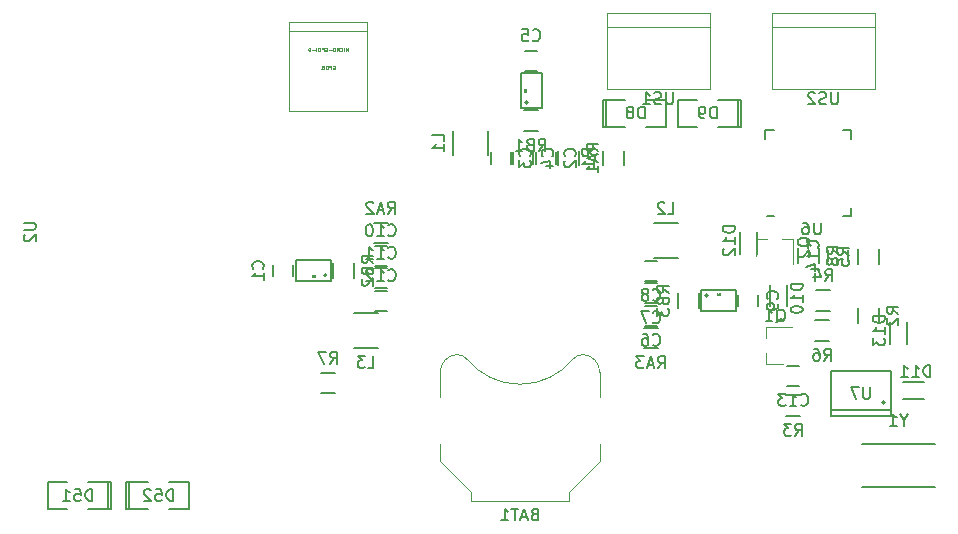
<source format=gbr>
G04 #@! TF.FileFunction,Legend,Bot*
%FSLAX46Y46*%
G04 Gerber Fmt 4.6, Leading zero omitted, Abs format (unit mm)*
G04 Created by KiCad (PCBNEW 4.0.5+dfsg1-4) date Sun Mar 26 16:44:12 2017*
%MOMM*%
%LPD*%
G01*
G04 APERTURE LIST*
%ADD10C,0.100000*%
%ADD11C,0.120000*%
%ADD12C,0.150000*%
%ADD13C,0.001000*%
%ADD14C,0.075000*%
%ADD15C,0.037500*%
G04 APERTURE END LIST*
D10*
D11*
X141144615Y-90125840D02*
G75*
G03X140230000Y-90510000I-124615J-984160D01*
G01*
X130315385Y-90125840D02*
G75*
G02X131230000Y-90510000I124615J-984160D01*
G01*
X140220661Y-90521329D02*
G75*
G02X131230000Y-90510000I-4490661J3711329D01*
G01*
X142480000Y-91660000D02*
G75*
G03X141030000Y-90110000I-1500000J50000D01*
G01*
X128980000Y-91660000D02*
G75*
G02X130430000Y-90110000I1500000J50000D01*
G01*
X142480000Y-93710000D02*
X142480000Y-91610000D01*
X128980000Y-93710000D02*
X128980000Y-91610000D01*
X128980000Y-97710000D02*
X128980000Y-99160000D01*
X128980000Y-99160000D02*
X131580000Y-101760000D01*
X131580000Y-101760000D02*
X131580000Y-102560000D01*
X131580000Y-102560000D02*
X139880000Y-102560000D01*
X139880000Y-102560000D02*
X139880000Y-101760000D01*
X139880000Y-101760000D02*
X142480000Y-99160000D01*
X142480000Y-99160000D02*
X142480000Y-97710000D01*
D12*
X102609000Y-103203000D02*
X102355000Y-103203000D01*
X102355000Y-103203000D02*
X102355000Y-100917000D01*
X102355000Y-100917000D02*
X102609000Y-100917000D01*
X102609000Y-103203000D02*
X102609000Y-100917000D01*
X102609000Y-100917000D02*
X104260000Y-100917000D01*
X106038000Y-103203000D02*
X107689000Y-103203000D01*
X107689000Y-103203000D02*
X107689000Y-100917000D01*
X107689000Y-100917000D02*
X106038000Y-100917000D01*
X104260000Y-103203000D02*
X102609000Y-103203000D01*
X100831000Y-100917000D02*
X101085000Y-100917000D01*
X101085000Y-100917000D02*
X101085000Y-103203000D01*
X101085000Y-103203000D02*
X100831000Y-103203000D01*
X100831000Y-100917000D02*
X100831000Y-103203000D01*
X100831000Y-103203000D02*
X99180000Y-103203000D01*
X97402000Y-100917000D02*
X95751000Y-100917000D01*
X95751000Y-100917000D02*
X95751000Y-103203000D01*
X95751000Y-103203000D02*
X97402000Y-103203000D01*
X99180000Y-100917000D02*
X100831000Y-100917000D01*
D13*
X116200000Y-62690000D02*
X116200000Y-61990000D01*
X116200000Y-61990000D02*
X122800000Y-61990000D01*
X122800000Y-61990000D02*
X122800000Y-62690000D01*
X116200000Y-62690000D02*
X116200000Y-69490000D01*
X116200000Y-69490000D02*
X122800000Y-69490000D01*
X122800000Y-69490000D02*
X122800000Y-62690000D01*
X122800000Y-62690000D02*
X116200000Y-62690000D01*
D11*
X143090000Y-61200000D02*
X151790000Y-61200000D01*
X143090000Y-67610000D02*
X151790000Y-67610000D01*
X151790000Y-67610000D02*
X151790000Y-61200000D01*
X151790000Y-62430000D02*
X143090000Y-62430000D01*
X143090000Y-61200000D02*
X143090000Y-67610000D01*
X157060000Y-61200000D02*
X165760000Y-61200000D01*
X157060000Y-67610000D02*
X165760000Y-67610000D01*
X165760000Y-67610000D02*
X165760000Y-61200000D01*
X165760000Y-62430000D02*
X157060000Y-62430000D01*
X157060000Y-61200000D02*
X157060000Y-67610000D01*
D12*
X138765000Y-72985000D02*
X138765000Y-73985000D01*
X137065000Y-73985000D02*
X137065000Y-72985000D01*
X133040000Y-73215000D02*
X133040000Y-71215000D01*
X130090000Y-71215000D02*
X130090000Y-73215000D01*
X138945000Y-72885000D02*
X138945000Y-74085000D01*
X140695000Y-74085000D02*
X140695000Y-72885000D01*
X137245000Y-69435000D02*
X136045000Y-69435000D01*
X136045000Y-71185000D02*
X137245000Y-71185000D01*
X136386803Y-68770000D02*
G75*
G03X136386803Y-68770000I-111803J0D01*
G01*
X137575000Y-69270000D02*
X137575000Y-66270000D01*
X137575000Y-66270000D02*
X135775000Y-66270000D01*
X135775000Y-66270000D02*
X135775000Y-69270000D01*
X135775000Y-69270000D02*
X137575000Y-69270000D01*
X147305000Y-87670000D02*
X146305000Y-87670000D01*
X146305000Y-85970000D02*
X147305000Y-85970000D01*
X147075000Y-81945000D02*
X149075000Y-81945000D01*
X149075000Y-78995000D02*
X147075000Y-78995000D01*
X147405000Y-87850000D02*
X146205000Y-87850000D01*
X146205000Y-89600000D02*
X147405000Y-89600000D01*
X150855000Y-86150000D02*
X150855000Y-84950000D01*
X149105000Y-84950000D02*
X149105000Y-86150000D01*
X151631803Y-85120000D02*
G75*
G03X151631803Y-85120000I-111803J0D01*
G01*
X151020000Y-86420000D02*
X154020000Y-86420000D01*
X154020000Y-86420000D02*
X154020000Y-84620000D01*
X154020000Y-84620000D02*
X151020000Y-84620000D01*
X151020000Y-84620000D02*
X151020000Y-86420000D01*
X118900000Y-93410000D02*
X120100000Y-93410000D01*
X120100000Y-91660000D02*
X118900000Y-91660000D01*
X123445000Y-80890000D02*
X124445000Y-80890000D01*
X124445000Y-82590000D02*
X123445000Y-82590000D01*
X123675000Y-86615000D02*
X121675000Y-86615000D01*
X121675000Y-89565000D02*
X123675000Y-89565000D01*
X144505000Y-74085000D02*
X144505000Y-72885000D01*
X142755000Y-72885000D02*
X142755000Y-74085000D01*
X123345000Y-80710000D02*
X124545000Y-80710000D01*
X124545000Y-78960000D02*
X123345000Y-78960000D01*
X119895000Y-82410000D02*
X119895000Y-83610000D01*
X121645000Y-83610000D02*
X121645000Y-82410000D01*
X119341803Y-83410000D02*
G75*
G03X119341803Y-83410000I-111803J0D01*
G01*
X119730000Y-82110000D02*
X116730000Y-82110000D01*
X116730000Y-82110000D02*
X116730000Y-83910000D01*
X116730000Y-83910000D02*
X119730000Y-83910000D01*
X119730000Y-83910000D02*
X119730000Y-82110000D01*
X114840000Y-83510000D02*
X114840000Y-82510000D01*
X116540000Y-82510000D02*
X116540000Y-83510000D01*
X134955000Y-72985000D02*
X134955000Y-73985000D01*
X133255000Y-73985000D02*
X133255000Y-72985000D01*
X136860000Y-72985000D02*
X136860000Y-73985000D01*
X135160000Y-73985000D02*
X135160000Y-72985000D01*
X136145000Y-64380000D02*
X137145000Y-64380000D01*
X137145000Y-66080000D02*
X136145000Y-66080000D01*
X147305000Y-85765000D02*
X146305000Y-85765000D01*
X146305000Y-84065000D02*
X147305000Y-84065000D01*
X147305000Y-83860000D02*
X146305000Y-83860000D01*
X146305000Y-82160000D02*
X147305000Y-82160000D01*
X155910000Y-85050000D02*
X155910000Y-86050000D01*
X154210000Y-86050000D02*
X154210000Y-85050000D01*
X123445000Y-82795000D02*
X124445000Y-82795000D01*
X124445000Y-84495000D02*
X123445000Y-84495000D01*
X123445000Y-84700000D02*
X124445000Y-84700000D01*
X124445000Y-86400000D02*
X123445000Y-86400000D01*
X142995000Y-70818000D02*
X142741000Y-70818000D01*
X142741000Y-70818000D02*
X142741000Y-68532000D01*
X142741000Y-68532000D02*
X142995000Y-68532000D01*
X142995000Y-70818000D02*
X142995000Y-68532000D01*
X142995000Y-68532000D02*
X144646000Y-68532000D01*
X146424000Y-70818000D02*
X148075000Y-70818000D01*
X148075000Y-70818000D02*
X148075000Y-68532000D01*
X148075000Y-68532000D02*
X146424000Y-68532000D01*
X144646000Y-70818000D02*
X142995000Y-70818000D01*
X154171000Y-68532000D02*
X154425000Y-68532000D01*
X154425000Y-68532000D02*
X154425000Y-70818000D01*
X154425000Y-70818000D02*
X154171000Y-70818000D01*
X154171000Y-68532000D02*
X154171000Y-70818000D01*
X154171000Y-70818000D02*
X152520000Y-70818000D01*
X150742000Y-68532000D02*
X149091000Y-68532000D01*
X149091000Y-68532000D02*
X149091000Y-70818000D01*
X149091000Y-70818000D02*
X150742000Y-70818000D01*
X152520000Y-68532000D02*
X154171000Y-68532000D01*
X156490000Y-71855000D02*
X156490000Y-71105000D01*
X156640000Y-78405000D02*
X157240000Y-78405000D01*
X156490000Y-71105000D02*
X157240000Y-71105000D01*
X163790000Y-71105000D02*
X163090000Y-71105000D01*
X163790000Y-78405000D02*
X163040000Y-78405000D01*
X163790000Y-71855000D02*
X163790000Y-71105000D01*
X163790000Y-78405000D02*
X163790000Y-77705000D01*
X166617000Y-94186000D02*
G75*
G03X166617000Y-94186000I-127000J0D01*
G01*
X167125000Y-94821000D02*
X162045000Y-94821000D01*
X167125000Y-91519000D02*
X162045000Y-91519000D01*
X167125000Y-95329000D02*
X162045000Y-95329000D01*
X167125000Y-95329000D02*
X167125000Y-91519000D01*
X162045000Y-95329000D02*
X162045000Y-91519000D01*
X164661200Y-101369120D02*
X170858800Y-101369120D01*
X170858800Y-97670880D02*
X164661200Y-97670880D01*
X159370000Y-92750000D02*
X158370000Y-92750000D01*
X158370000Y-91050000D02*
X159370000Y-91050000D01*
X161830000Y-82240000D02*
X161830000Y-81240000D01*
X163530000Y-81240000D02*
X163530000Y-82240000D01*
X158300000Y-84230000D02*
X158300000Y-86030000D01*
X156900000Y-84230000D02*
X156900000Y-86030000D01*
X168150000Y-92470000D02*
X169950000Y-92470000D01*
X168150000Y-93870000D02*
X169950000Y-93870000D01*
X154360000Y-81570000D02*
X154360000Y-79770000D01*
X155760000Y-81570000D02*
X155760000Y-79770000D01*
D11*
X156570000Y-90940000D02*
X156570000Y-90010000D01*
X156570000Y-87780000D02*
X156570000Y-88710000D01*
X156570000Y-87780000D02*
X158730000Y-87780000D01*
X156570000Y-90940000D02*
X158030000Y-90940000D01*
X155700000Y-80300000D02*
X156630000Y-80300000D01*
X158860000Y-80300000D02*
X157930000Y-80300000D01*
X158860000Y-80300000D02*
X158860000Y-82460000D01*
X155700000Y-80300000D02*
X155700000Y-81760000D01*
D12*
X164345000Y-86220000D02*
X164345000Y-87420000D01*
X166095000Y-87420000D02*
X166095000Y-86220000D01*
X159470000Y-93565000D02*
X158270000Y-93565000D01*
X158270000Y-95315000D02*
X159470000Y-95315000D01*
X160810000Y-86425000D02*
X162010000Y-86425000D01*
X162010000Y-84675000D02*
X160810000Y-84675000D01*
X166095000Y-82420000D02*
X166095000Y-81220000D01*
X164345000Y-81220000D02*
X164345000Y-82420000D01*
X167060000Y-89190000D02*
X167060000Y-87390000D01*
X168460000Y-89190000D02*
X168460000Y-87390000D01*
X161930000Y-87215000D02*
X160730000Y-87215000D01*
X160730000Y-88965000D02*
X161930000Y-88965000D01*
X159265000Y-81140000D02*
X159265000Y-82340000D01*
X161015000Y-82340000D02*
X161015000Y-81140000D01*
X136944285Y-103638571D02*
X136801428Y-103686190D01*
X136753809Y-103733810D01*
X136706190Y-103829048D01*
X136706190Y-103971905D01*
X136753809Y-104067143D01*
X136801428Y-104114762D01*
X136896666Y-104162381D01*
X137277619Y-104162381D01*
X137277619Y-103162381D01*
X136944285Y-103162381D01*
X136849047Y-103210000D01*
X136801428Y-103257619D01*
X136753809Y-103352857D01*
X136753809Y-103448095D01*
X136801428Y-103543333D01*
X136849047Y-103590952D01*
X136944285Y-103638571D01*
X137277619Y-103638571D01*
X136325238Y-103876667D02*
X135849047Y-103876667D01*
X136420476Y-104162381D02*
X136087143Y-103162381D01*
X135753809Y-104162381D01*
X135563333Y-103162381D02*
X134991904Y-103162381D01*
X135277619Y-104162381D02*
X135277619Y-103162381D01*
X134134761Y-104162381D02*
X134706190Y-104162381D01*
X134420476Y-104162381D02*
X134420476Y-103162381D01*
X134515714Y-103305238D01*
X134610952Y-103400476D01*
X134706190Y-103448095D01*
X106363286Y-102512381D02*
X106363286Y-101512381D01*
X106125191Y-101512381D01*
X105982333Y-101560000D01*
X105887095Y-101655238D01*
X105839476Y-101750476D01*
X105791857Y-101940952D01*
X105791857Y-102083810D01*
X105839476Y-102274286D01*
X105887095Y-102369524D01*
X105982333Y-102464762D01*
X106125191Y-102512381D01*
X106363286Y-102512381D01*
X104887095Y-101512381D02*
X105363286Y-101512381D01*
X105410905Y-101988571D01*
X105363286Y-101940952D01*
X105268048Y-101893333D01*
X105029952Y-101893333D01*
X104934714Y-101940952D01*
X104887095Y-101988571D01*
X104839476Y-102083810D01*
X104839476Y-102321905D01*
X104887095Y-102417143D01*
X104934714Y-102464762D01*
X105029952Y-102512381D01*
X105268048Y-102512381D01*
X105363286Y-102464762D01*
X105410905Y-102417143D01*
X104458524Y-101607619D02*
X104410905Y-101560000D01*
X104315667Y-101512381D01*
X104077571Y-101512381D01*
X103982333Y-101560000D01*
X103934714Y-101607619D01*
X103887095Y-101702857D01*
X103887095Y-101798095D01*
X103934714Y-101940952D01*
X104506143Y-102512381D01*
X103887095Y-102512381D01*
X99505286Y-102512381D02*
X99505286Y-101512381D01*
X99267191Y-101512381D01*
X99124333Y-101560000D01*
X99029095Y-101655238D01*
X98981476Y-101750476D01*
X98933857Y-101940952D01*
X98933857Y-102083810D01*
X98981476Y-102274286D01*
X99029095Y-102369524D01*
X99124333Y-102464762D01*
X99267191Y-102512381D01*
X99505286Y-102512381D01*
X98029095Y-101512381D02*
X98505286Y-101512381D01*
X98552905Y-101988571D01*
X98505286Y-101940952D01*
X98410048Y-101893333D01*
X98171952Y-101893333D01*
X98076714Y-101940952D01*
X98029095Y-101988571D01*
X97981476Y-102083810D01*
X97981476Y-102321905D01*
X98029095Y-102417143D01*
X98076714Y-102464762D01*
X98171952Y-102512381D01*
X98410048Y-102512381D01*
X98505286Y-102464762D01*
X98552905Y-102417143D01*
X97029095Y-102512381D02*
X97600524Y-102512381D01*
X97314810Y-102512381D02*
X97314810Y-101512381D01*
X97410048Y-101655238D01*
X97505286Y-101750476D01*
X97600524Y-101798095D01*
D14*
X119910714Y-65665000D02*
X119939285Y-65650714D01*
X119982142Y-65650714D01*
X120024999Y-65665000D01*
X120053571Y-65693571D01*
X120067856Y-65722143D01*
X120082142Y-65779286D01*
X120082142Y-65822143D01*
X120067856Y-65879286D01*
X120053571Y-65907857D01*
X120024999Y-65936429D01*
X119982142Y-65950714D01*
X119953571Y-65950714D01*
X119910714Y-65936429D01*
X119896428Y-65922143D01*
X119896428Y-65822143D01*
X119953571Y-65822143D01*
X119767856Y-65950714D02*
X119767856Y-65650714D01*
X119653571Y-65650714D01*
X119624999Y-65665000D01*
X119610714Y-65679286D01*
X119596428Y-65707857D01*
X119596428Y-65750714D01*
X119610714Y-65779286D01*
X119624999Y-65793571D01*
X119653571Y-65807857D01*
X119767856Y-65807857D01*
X119467856Y-65950714D02*
X119467856Y-65650714D01*
X119396428Y-65650714D01*
X119353571Y-65665000D01*
X119324999Y-65693571D01*
X119310714Y-65722143D01*
X119296428Y-65779286D01*
X119296428Y-65822143D01*
X119310714Y-65879286D01*
X119324999Y-65907857D01*
X119353571Y-65936429D01*
X119396428Y-65950714D01*
X119467856Y-65950714D01*
X119167856Y-65950714D02*
X119167856Y-65650714D01*
X118867857Y-65950714D02*
X119039285Y-65950714D01*
X118953571Y-65950714D02*
X118953571Y-65650714D01*
X118982142Y-65693571D01*
X119010714Y-65722143D01*
X119039285Y-65736429D01*
X121171428Y-64425714D02*
X121171428Y-64125714D01*
X121071428Y-64340000D01*
X120971428Y-64125714D01*
X120971428Y-64425714D01*
X120828571Y-64425714D02*
X120828571Y-64125714D01*
X120514286Y-64397143D02*
X120528572Y-64411429D01*
X120571429Y-64425714D01*
X120600000Y-64425714D01*
X120642857Y-64411429D01*
X120671429Y-64382857D01*
X120685714Y-64354286D01*
X120700000Y-64297143D01*
X120700000Y-64254286D01*
X120685714Y-64197143D01*
X120671429Y-64168571D01*
X120642857Y-64140000D01*
X120600000Y-64125714D01*
X120571429Y-64125714D01*
X120528572Y-64140000D01*
X120514286Y-64154286D01*
X120214286Y-64425714D02*
X120314286Y-64282857D01*
X120385714Y-64425714D02*
X120385714Y-64125714D01*
X120271429Y-64125714D01*
X120242857Y-64140000D01*
X120228572Y-64154286D01*
X120214286Y-64182857D01*
X120214286Y-64225714D01*
X120228572Y-64254286D01*
X120242857Y-64268571D01*
X120271429Y-64282857D01*
X120385714Y-64282857D01*
X120028572Y-64125714D02*
X119971429Y-64125714D01*
X119942857Y-64140000D01*
X119914286Y-64168571D01*
X119900000Y-64225714D01*
X119900000Y-64325714D01*
X119914286Y-64382857D01*
X119942857Y-64411429D01*
X119971429Y-64425714D01*
X120028572Y-64425714D01*
X120057143Y-64411429D01*
X120085714Y-64382857D01*
X120100000Y-64325714D01*
X120100000Y-64225714D01*
X120085714Y-64168571D01*
X120057143Y-64140000D01*
X120028572Y-64125714D01*
X119771428Y-64311429D02*
X119542857Y-64311429D01*
X119242857Y-64140000D02*
X119271428Y-64125714D01*
X119314285Y-64125714D01*
X119357142Y-64140000D01*
X119385714Y-64168571D01*
X119399999Y-64197143D01*
X119414285Y-64254286D01*
X119414285Y-64297143D01*
X119399999Y-64354286D01*
X119385714Y-64382857D01*
X119357142Y-64411429D01*
X119314285Y-64425714D01*
X119285714Y-64425714D01*
X119242857Y-64411429D01*
X119228571Y-64397143D01*
X119228571Y-64297143D01*
X119285714Y-64297143D01*
X119099999Y-64425714D02*
X119099999Y-64125714D01*
X118985714Y-64125714D01*
X118957142Y-64140000D01*
X118942857Y-64154286D01*
X118928571Y-64182857D01*
X118928571Y-64225714D01*
X118942857Y-64254286D01*
X118957142Y-64268571D01*
X118985714Y-64282857D01*
X119099999Y-64282857D01*
X118799999Y-64425714D02*
X118799999Y-64125714D01*
X118728571Y-64125714D01*
X118685714Y-64140000D01*
X118657142Y-64168571D01*
X118642857Y-64197143D01*
X118628571Y-64254286D01*
X118628571Y-64297143D01*
X118642857Y-64354286D01*
X118657142Y-64382857D01*
X118685714Y-64411429D01*
X118728571Y-64425714D01*
X118799999Y-64425714D01*
X118499999Y-64425714D02*
X118499999Y-64125714D01*
X118357142Y-64311429D02*
X118128571Y-64311429D01*
X117985713Y-64425714D02*
X117985713Y-64125714D01*
X117914285Y-64125714D01*
X117871428Y-64140000D01*
X117842856Y-64168571D01*
X117828571Y-64197143D01*
X117814285Y-64254286D01*
X117814285Y-64297143D01*
X117828571Y-64354286D01*
X117842856Y-64382857D01*
X117871428Y-64411429D01*
X117914285Y-64425714D01*
X117985713Y-64425714D01*
D12*
X148678095Y-67922381D02*
X148678095Y-68731905D01*
X148630476Y-68827143D01*
X148582857Y-68874762D01*
X148487619Y-68922381D01*
X148297142Y-68922381D01*
X148201904Y-68874762D01*
X148154285Y-68827143D01*
X148106666Y-68731905D01*
X148106666Y-67922381D01*
X147678095Y-68874762D02*
X147535238Y-68922381D01*
X147297142Y-68922381D01*
X147201904Y-68874762D01*
X147154285Y-68827143D01*
X147106666Y-68731905D01*
X147106666Y-68636667D01*
X147154285Y-68541429D01*
X147201904Y-68493810D01*
X147297142Y-68446190D01*
X147487619Y-68398571D01*
X147582857Y-68350952D01*
X147630476Y-68303333D01*
X147678095Y-68208095D01*
X147678095Y-68112857D01*
X147630476Y-68017619D01*
X147582857Y-67970000D01*
X147487619Y-67922381D01*
X147249523Y-67922381D01*
X147106666Y-67970000D01*
X146154285Y-68922381D02*
X146725714Y-68922381D01*
X146440000Y-68922381D02*
X146440000Y-67922381D01*
X146535238Y-68065238D01*
X146630476Y-68160476D01*
X146725714Y-68208095D01*
X162648095Y-67922381D02*
X162648095Y-68731905D01*
X162600476Y-68827143D01*
X162552857Y-68874762D01*
X162457619Y-68922381D01*
X162267142Y-68922381D01*
X162171904Y-68874762D01*
X162124285Y-68827143D01*
X162076666Y-68731905D01*
X162076666Y-67922381D01*
X161648095Y-68874762D02*
X161505238Y-68922381D01*
X161267142Y-68922381D01*
X161171904Y-68874762D01*
X161124285Y-68827143D01*
X161076666Y-68731905D01*
X161076666Y-68636667D01*
X161124285Y-68541429D01*
X161171904Y-68493810D01*
X161267142Y-68446190D01*
X161457619Y-68398571D01*
X161552857Y-68350952D01*
X161600476Y-68303333D01*
X161648095Y-68208095D01*
X161648095Y-68112857D01*
X161600476Y-68017619D01*
X161552857Y-67970000D01*
X161457619Y-67922381D01*
X161219523Y-67922381D01*
X161076666Y-67970000D01*
X160695714Y-68017619D02*
X160648095Y-67970000D01*
X160552857Y-67922381D01*
X160314761Y-67922381D01*
X160219523Y-67970000D01*
X160171904Y-68017619D01*
X160124285Y-68112857D01*
X160124285Y-68208095D01*
X160171904Y-68350952D01*
X160743333Y-68922381D01*
X160124285Y-68922381D01*
X140372143Y-73318334D02*
X140419762Y-73270715D01*
X140467381Y-73127858D01*
X140467381Y-73032620D01*
X140419762Y-72889762D01*
X140324524Y-72794524D01*
X140229286Y-72746905D01*
X140038810Y-72699286D01*
X139895952Y-72699286D01*
X139705476Y-72746905D01*
X139610238Y-72794524D01*
X139515000Y-72889762D01*
X139467381Y-73032620D01*
X139467381Y-73127858D01*
X139515000Y-73270715D01*
X139562619Y-73318334D01*
X139562619Y-73699286D02*
X139515000Y-73746905D01*
X139467381Y-73842143D01*
X139467381Y-74080239D01*
X139515000Y-74175477D01*
X139562619Y-74223096D01*
X139657857Y-74270715D01*
X139753095Y-74270715D01*
X139895952Y-74223096D01*
X140467381Y-73651667D01*
X140467381Y-74270715D01*
X129317381Y-72048334D02*
X129317381Y-71572143D01*
X128317381Y-71572143D01*
X129317381Y-72905477D02*
X129317381Y-72334048D01*
X129317381Y-72619762D02*
X128317381Y-72619762D01*
X128460238Y-72524524D01*
X128555476Y-72429286D01*
X128603095Y-72334048D01*
X142372381Y-72889762D02*
X141896190Y-72556428D01*
X142372381Y-72318333D02*
X141372381Y-72318333D01*
X141372381Y-72699286D01*
X141420000Y-72794524D01*
X141467619Y-72842143D01*
X141562857Y-72889762D01*
X141705714Y-72889762D01*
X141800952Y-72842143D01*
X141848571Y-72794524D01*
X141896190Y-72699286D01*
X141896190Y-72318333D01*
X142086667Y-73270714D02*
X142086667Y-73746905D01*
X142372381Y-73175476D02*
X141372381Y-73508809D01*
X142372381Y-73842143D01*
X142372381Y-74699286D02*
X142372381Y-74127857D01*
X142372381Y-74413571D02*
X141372381Y-74413571D01*
X141515238Y-74318333D01*
X141610476Y-74223095D01*
X141658095Y-74127857D01*
X137311666Y-72862381D02*
X137645000Y-72386190D01*
X137883095Y-72862381D02*
X137883095Y-71862381D01*
X137502142Y-71862381D01*
X137406904Y-71910000D01*
X137359285Y-71957619D01*
X137311666Y-72052857D01*
X137311666Y-72195714D01*
X137359285Y-72290952D01*
X137406904Y-72338571D01*
X137502142Y-72386190D01*
X137883095Y-72386190D01*
X136549761Y-72338571D02*
X136406904Y-72386190D01*
X136359285Y-72433810D01*
X136311666Y-72529048D01*
X136311666Y-72671905D01*
X136359285Y-72767143D01*
X136406904Y-72814762D01*
X136502142Y-72862381D01*
X136883095Y-72862381D01*
X136883095Y-71862381D01*
X136549761Y-71862381D01*
X136454523Y-71910000D01*
X136406904Y-71957619D01*
X136359285Y-72052857D01*
X136359285Y-72148095D01*
X136406904Y-72243333D01*
X136454523Y-72290952D01*
X136549761Y-72338571D01*
X136883095Y-72338571D01*
X135359285Y-72862381D02*
X135930714Y-72862381D01*
X135645000Y-72862381D02*
X135645000Y-71862381D01*
X135740238Y-72005238D01*
X135835476Y-72100476D01*
X135930714Y-72148095D01*
D15*
X136092857Y-67655714D02*
X136214286Y-67655714D01*
X136228571Y-67662857D01*
X136235714Y-67670000D01*
X136242857Y-67684286D01*
X136242857Y-67712857D01*
X136235714Y-67727143D01*
X136228571Y-67734286D01*
X136214286Y-67741429D01*
X136092857Y-67741429D01*
X136092857Y-67798572D02*
X136092857Y-67891429D01*
X136150000Y-67841429D01*
X136150000Y-67862857D01*
X136157143Y-67877143D01*
X136164286Y-67884286D01*
X136178571Y-67891429D01*
X136214286Y-67891429D01*
X136228571Y-67884286D01*
X136235714Y-67877143D01*
X136242857Y-67862857D01*
X136242857Y-67820000D01*
X136235714Y-67805714D01*
X136228571Y-67798572D01*
D12*
X146971666Y-89277143D02*
X147019285Y-89324762D01*
X147162142Y-89372381D01*
X147257380Y-89372381D01*
X147400238Y-89324762D01*
X147495476Y-89229524D01*
X147543095Y-89134286D01*
X147590714Y-88943810D01*
X147590714Y-88800952D01*
X147543095Y-88610476D01*
X147495476Y-88515238D01*
X147400238Y-88420000D01*
X147257380Y-88372381D01*
X147162142Y-88372381D01*
X147019285Y-88420000D01*
X146971666Y-88467619D01*
X146114523Y-88372381D02*
X146305000Y-88372381D01*
X146400238Y-88420000D01*
X146447857Y-88467619D01*
X146543095Y-88610476D01*
X146590714Y-88800952D01*
X146590714Y-89181905D01*
X146543095Y-89277143D01*
X146495476Y-89324762D01*
X146400238Y-89372381D01*
X146209761Y-89372381D01*
X146114523Y-89324762D01*
X146066904Y-89277143D01*
X146019285Y-89181905D01*
X146019285Y-88943810D01*
X146066904Y-88848571D01*
X146114523Y-88800952D01*
X146209761Y-88753333D01*
X146400238Y-88753333D01*
X146495476Y-88800952D01*
X146543095Y-88848571D01*
X146590714Y-88943810D01*
X148241666Y-78222381D02*
X148717857Y-78222381D01*
X148717857Y-77222381D01*
X147955952Y-77317619D02*
X147908333Y-77270000D01*
X147813095Y-77222381D01*
X147574999Y-77222381D01*
X147479761Y-77270000D01*
X147432142Y-77317619D01*
X147384523Y-77412857D01*
X147384523Y-77508095D01*
X147432142Y-77650952D01*
X148003571Y-78222381D01*
X147384523Y-78222381D01*
X147400238Y-91277381D02*
X147733572Y-90801190D01*
X147971667Y-91277381D02*
X147971667Y-90277381D01*
X147590714Y-90277381D01*
X147495476Y-90325000D01*
X147447857Y-90372619D01*
X147400238Y-90467857D01*
X147400238Y-90610714D01*
X147447857Y-90705952D01*
X147495476Y-90753571D01*
X147590714Y-90801190D01*
X147971667Y-90801190D01*
X147019286Y-90991667D02*
X146543095Y-90991667D01*
X147114524Y-91277381D02*
X146781191Y-90277381D01*
X146447857Y-91277381D01*
X146209762Y-90277381D02*
X145590714Y-90277381D01*
X145924048Y-90658333D01*
X145781190Y-90658333D01*
X145685952Y-90705952D01*
X145638333Y-90753571D01*
X145590714Y-90848810D01*
X145590714Y-91086905D01*
X145638333Y-91182143D01*
X145685952Y-91229762D01*
X145781190Y-91277381D01*
X146066905Y-91277381D01*
X146162143Y-91229762D01*
X146209762Y-91182143D01*
X148332381Y-84883334D02*
X147856190Y-84550000D01*
X148332381Y-84311905D02*
X147332381Y-84311905D01*
X147332381Y-84692858D01*
X147380000Y-84788096D01*
X147427619Y-84835715D01*
X147522857Y-84883334D01*
X147665714Y-84883334D01*
X147760952Y-84835715D01*
X147808571Y-84788096D01*
X147856190Y-84692858D01*
X147856190Y-84311905D01*
X147808571Y-85645239D02*
X147856190Y-85788096D01*
X147903810Y-85835715D01*
X147999048Y-85883334D01*
X148141905Y-85883334D01*
X148237143Y-85835715D01*
X148284762Y-85788096D01*
X148332381Y-85692858D01*
X148332381Y-85311905D01*
X147332381Y-85311905D01*
X147332381Y-85645239D01*
X147380000Y-85740477D01*
X147427619Y-85788096D01*
X147522857Y-85835715D01*
X147618095Y-85835715D01*
X147713333Y-85788096D01*
X147760952Y-85740477D01*
X147808571Y-85645239D01*
X147808571Y-85311905D01*
X147332381Y-86216667D02*
X147332381Y-86835715D01*
X147713333Y-86502381D01*
X147713333Y-86645239D01*
X147760952Y-86740477D01*
X147808571Y-86788096D01*
X147903810Y-86835715D01*
X148141905Y-86835715D01*
X148237143Y-86788096D01*
X148284762Y-86740477D01*
X148332381Y-86645239D01*
X148332381Y-86359524D01*
X148284762Y-86264286D01*
X148237143Y-86216667D01*
D15*
X152634286Y-84937857D02*
X152634286Y-85059286D01*
X152627143Y-85073571D01*
X152620000Y-85080714D01*
X152605714Y-85087857D01*
X152577143Y-85087857D01*
X152562857Y-85080714D01*
X152555714Y-85073571D01*
X152548571Y-85059286D01*
X152548571Y-84937857D01*
X152412857Y-84987857D02*
X152412857Y-85087857D01*
X152448571Y-84930714D02*
X152484286Y-85037857D01*
X152391428Y-85037857D01*
D12*
X119666666Y-90887381D02*
X120000000Y-90411190D01*
X120238095Y-90887381D02*
X120238095Y-89887381D01*
X119857142Y-89887381D01*
X119761904Y-89935000D01*
X119714285Y-89982619D01*
X119666666Y-90077857D01*
X119666666Y-90220714D01*
X119714285Y-90315952D01*
X119761904Y-90363571D01*
X119857142Y-90411190D01*
X120238095Y-90411190D01*
X119333333Y-89887381D02*
X118666666Y-89887381D01*
X119095238Y-90887381D01*
X124587857Y-79997143D02*
X124635476Y-80044762D01*
X124778333Y-80092381D01*
X124873571Y-80092381D01*
X125016429Y-80044762D01*
X125111667Y-79949524D01*
X125159286Y-79854286D01*
X125206905Y-79663810D01*
X125206905Y-79520952D01*
X125159286Y-79330476D01*
X125111667Y-79235238D01*
X125016429Y-79140000D01*
X124873571Y-79092381D01*
X124778333Y-79092381D01*
X124635476Y-79140000D01*
X124587857Y-79187619D01*
X123635476Y-80092381D02*
X124206905Y-80092381D01*
X123921191Y-80092381D02*
X123921191Y-79092381D01*
X124016429Y-79235238D01*
X124111667Y-79330476D01*
X124206905Y-79378095D01*
X123016429Y-79092381D02*
X122921190Y-79092381D01*
X122825952Y-79140000D01*
X122778333Y-79187619D01*
X122730714Y-79282857D01*
X122683095Y-79473333D01*
X122683095Y-79711429D01*
X122730714Y-79901905D01*
X122778333Y-79997143D01*
X122825952Y-80044762D01*
X122921190Y-80092381D01*
X123016429Y-80092381D01*
X123111667Y-80044762D01*
X123159286Y-79997143D01*
X123206905Y-79901905D01*
X123254524Y-79711429D01*
X123254524Y-79473333D01*
X123206905Y-79282857D01*
X123159286Y-79187619D01*
X123111667Y-79140000D01*
X123016429Y-79092381D01*
X122841666Y-91242381D02*
X123317857Y-91242381D01*
X123317857Y-90242381D01*
X122603571Y-90242381D02*
X121984523Y-90242381D01*
X122317857Y-90623333D01*
X122174999Y-90623333D01*
X122079761Y-90670952D01*
X122032142Y-90718571D01*
X121984523Y-90813810D01*
X121984523Y-91051905D01*
X122032142Y-91147143D01*
X122079761Y-91194762D01*
X122174999Y-91242381D01*
X122460714Y-91242381D01*
X122555952Y-91194762D01*
X122603571Y-91147143D01*
X141982381Y-73318334D02*
X141506190Y-72985000D01*
X141982381Y-72746905D02*
X140982381Y-72746905D01*
X140982381Y-73127858D01*
X141030000Y-73223096D01*
X141077619Y-73270715D01*
X141172857Y-73318334D01*
X141315714Y-73318334D01*
X141410952Y-73270715D01*
X141458571Y-73223096D01*
X141506190Y-73127858D01*
X141506190Y-72746905D01*
X141982381Y-74270715D02*
X141982381Y-73699286D01*
X141982381Y-73985000D02*
X140982381Y-73985000D01*
X141125238Y-73889762D01*
X141220476Y-73794524D01*
X141268095Y-73699286D01*
X124540238Y-78187381D02*
X124873572Y-77711190D01*
X125111667Y-78187381D02*
X125111667Y-77187381D01*
X124730714Y-77187381D01*
X124635476Y-77235000D01*
X124587857Y-77282619D01*
X124540238Y-77377857D01*
X124540238Y-77520714D01*
X124587857Y-77615952D01*
X124635476Y-77663571D01*
X124730714Y-77711190D01*
X125111667Y-77711190D01*
X124159286Y-77901667D02*
X123683095Y-77901667D01*
X124254524Y-78187381D02*
X123921191Y-77187381D01*
X123587857Y-78187381D01*
X123302143Y-77282619D02*
X123254524Y-77235000D01*
X123159286Y-77187381D01*
X122921190Y-77187381D01*
X122825952Y-77235000D01*
X122778333Y-77282619D01*
X122730714Y-77377857D01*
X122730714Y-77473095D01*
X122778333Y-77615952D01*
X123349762Y-78187381D01*
X122730714Y-78187381D01*
X123322381Y-82343334D02*
X122846190Y-82010000D01*
X123322381Y-81771905D02*
X122322381Y-81771905D01*
X122322381Y-82152858D01*
X122370000Y-82248096D01*
X122417619Y-82295715D01*
X122512857Y-82343334D01*
X122655714Y-82343334D01*
X122750952Y-82295715D01*
X122798571Y-82248096D01*
X122846190Y-82152858D01*
X122846190Y-81771905D01*
X122798571Y-83105239D02*
X122846190Y-83248096D01*
X122893810Y-83295715D01*
X122989048Y-83343334D01*
X123131905Y-83343334D01*
X123227143Y-83295715D01*
X123274762Y-83248096D01*
X123322381Y-83152858D01*
X123322381Y-82771905D01*
X122322381Y-82771905D01*
X122322381Y-83105239D01*
X122370000Y-83200477D01*
X122417619Y-83248096D01*
X122512857Y-83295715D01*
X122608095Y-83295715D01*
X122703333Y-83248096D01*
X122750952Y-83200477D01*
X122798571Y-83105239D01*
X122798571Y-82771905D01*
X122417619Y-83724286D02*
X122370000Y-83771905D01*
X122322381Y-83867143D01*
X122322381Y-84105239D01*
X122370000Y-84200477D01*
X122417619Y-84248096D01*
X122512857Y-84295715D01*
X122608095Y-84295715D01*
X122750952Y-84248096D01*
X123322381Y-83676667D01*
X123322381Y-84295715D01*
D15*
X118344286Y-83427857D02*
X118344286Y-83549286D01*
X118337143Y-83563571D01*
X118330000Y-83570714D01*
X118315714Y-83577857D01*
X118287143Y-83577857D01*
X118272857Y-83570714D01*
X118265714Y-83563571D01*
X118258571Y-83549286D01*
X118258571Y-83427857D01*
X118115714Y-83427857D02*
X118187143Y-83427857D01*
X118194286Y-83499286D01*
X118187143Y-83492143D01*
X118172857Y-83485000D01*
X118137143Y-83485000D01*
X118122857Y-83492143D01*
X118115714Y-83499286D01*
X118108571Y-83513571D01*
X118108571Y-83549286D01*
X118115714Y-83563571D01*
X118122857Y-83570714D01*
X118137143Y-83577857D01*
X118172857Y-83577857D01*
X118187143Y-83570714D01*
X118194286Y-83563571D01*
D12*
X113947143Y-82843334D02*
X113994762Y-82795715D01*
X114042381Y-82652858D01*
X114042381Y-82557620D01*
X113994762Y-82414762D01*
X113899524Y-82319524D01*
X113804286Y-82271905D01*
X113613810Y-82224286D01*
X113470952Y-82224286D01*
X113280476Y-82271905D01*
X113185238Y-82319524D01*
X113090000Y-82414762D01*
X113042381Y-82557620D01*
X113042381Y-82652858D01*
X113090000Y-82795715D01*
X113137619Y-82843334D01*
X114042381Y-83795715D02*
X114042381Y-83224286D01*
X114042381Y-83510000D02*
X113042381Y-83510000D01*
X113185238Y-83414762D01*
X113280476Y-83319524D01*
X113328095Y-83224286D01*
X136562143Y-73318334D02*
X136609762Y-73270715D01*
X136657381Y-73127858D01*
X136657381Y-73032620D01*
X136609762Y-72889762D01*
X136514524Y-72794524D01*
X136419286Y-72746905D01*
X136228810Y-72699286D01*
X136085952Y-72699286D01*
X135895476Y-72746905D01*
X135800238Y-72794524D01*
X135705000Y-72889762D01*
X135657381Y-73032620D01*
X135657381Y-73127858D01*
X135705000Y-73270715D01*
X135752619Y-73318334D01*
X135657381Y-73651667D02*
X135657381Y-74270715D01*
X136038333Y-73937381D01*
X136038333Y-74080239D01*
X136085952Y-74175477D01*
X136133571Y-74223096D01*
X136228810Y-74270715D01*
X136466905Y-74270715D01*
X136562143Y-74223096D01*
X136609762Y-74175477D01*
X136657381Y-74080239D01*
X136657381Y-73794524D01*
X136609762Y-73699286D01*
X136562143Y-73651667D01*
X138467143Y-73318334D02*
X138514762Y-73270715D01*
X138562381Y-73127858D01*
X138562381Y-73032620D01*
X138514762Y-72889762D01*
X138419524Y-72794524D01*
X138324286Y-72746905D01*
X138133810Y-72699286D01*
X137990952Y-72699286D01*
X137800476Y-72746905D01*
X137705238Y-72794524D01*
X137610000Y-72889762D01*
X137562381Y-73032620D01*
X137562381Y-73127858D01*
X137610000Y-73270715D01*
X137657619Y-73318334D01*
X137895714Y-74175477D02*
X138562381Y-74175477D01*
X137514762Y-73937381D02*
X138229048Y-73699286D01*
X138229048Y-74318334D01*
X136811666Y-63487143D02*
X136859285Y-63534762D01*
X137002142Y-63582381D01*
X137097380Y-63582381D01*
X137240238Y-63534762D01*
X137335476Y-63439524D01*
X137383095Y-63344286D01*
X137430714Y-63153810D01*
X137430714Y-63010952D01*
X137383095Y-62820476D01*
X137335476Y-62725238D01*
X137240238Y-62630000D01*
X137097380Y-62582381D01*
X137002142Y-62582381D01*
X136859285Y-62630000D01*
X136811666Y-62677619D01*
X135906904Y-62582381D02*
X136383095Y-62582381D01*
X136430714Y-63058571D01*
X136383095Y-63010952D01*
X136287857Y-62963333D01*
X136049761Y-62963333D01*
X135954523Y-63010952D01*
X135906904Y-63058571D01*
X135859285Y-63153810D01*
X135859285Y-63391905D01*
X135906904Y-63487143D01*
X135954523Y-63534762D01*
X136049761Y-63582381D01*
X136287857Y-63582381D01*
X136383095Y-63534762D01*
X136430714Y-63487143D01*
X146971666Y-87372143D02*
X147019285Y-87419762D01*
X147162142Y-87467381D01*
X147257380Y-87467381D01*
X147400238Y-87419762D01*
X147495476Y-87324524D01*
X147543095Y-87229286D01*
X147590714Y-87038810D01*
X147590714Y-86895952D01*
X147543095Y-86705476D01*
X147495476Y-86610238D01*
X147400238Y-86515000D01*
X147257380Y-86467381D01*
X147162142Y-86467381D01*
X147019285Y-86515000D01*
X146971666Y-86562619D01*
X146638333Y-86467381D02*
X145971666Y-86467381D01*
X146400238Y-87467381D01*
X146971666Y-85467143D02*
X147019285Y-85514762D01*
X147162142Y-85562381D01*
X147257380Y-85562381D01*
X147400238Y-85514762D01*
X147495476Y-85419524D01*
X147543095Y-85324286D01*
X147590714Y-85133810D01*
X147590714Y-84990952D01*
X147543095Y-84800476D01*
X147495476Y-84705238D01*
X147400238Y-84610000D01*
X147257380Y-84562381D01*
X147162142Y-84562381D01*
X147019285Y-84610000D01*
X146971666Y-84657619D01*
X146400238Y-84990952D02*
X146495476Y-84943333D01*
X146543095Y-84895714D01*
X146590714Y-84800476D01*
X146590714Y-84752857D01*
X146543095Y-84657619D01*
X146495476Y-84610000D01*
X146400238Y-84562381D01*
X146209761Y-84562381D01*
X146114523Y-84610000D01*
X146066904Y-84657619D01*
X146019285Y-84752857D01*
X146019285Y-84800476D01*
X146066904Y-84895714D01*
X146114523Y-84943333D01*
X146209761Y-84990952D01*
X146400238Y-84990952D01*
X146495476Y-85038571D01*
X146543095Y-85086190D01*
X146590714Y-85181429D01*
X146590714Y-85371905D01*
X146543095Y-85467143D01*
X146495476Y-85514762D01*
X146400238Y-85562381D01*
X146209761Y-85562381D01*
X146114523Y-85514762D01*
X146066904Y-85467143D01*
X146019285Y-85371905D01*
X146019285Y-85181429D01*
X146066904Y-85086190D01*
X146114523Y-85038571D01*
X146209761Y-84990952D01*
X157517143Y-85383334D02*
X157564762Y-85335715D01*
X157612381Y-85192858D01*
X157612381Y-85097620D01*
X157564762Y-84954762D01*
X157469524Y-84859524D01*
X157374286Y-84811905D01*
X157183810Y-84764286D01*
X157040952Y-84764286D01*
X156850476Y-84811905D01*
X156755238Y-84859524D01*
X156660000Y-84954762D01*
X156612381Y-85097620D01*
X156612381Y-85192858D01*
X156660000Y-85335715D01*
X156707619Y-85383334D01*
X157612381Y-85859524D02*
X157612381Y-86050000D01*
X157564762Y-86145239D01*
X157517143Y-86192858D01*
X157374286Y-86288096D01*
X157183810Y-86335715D01*
X156802857Y-86335715D01*
X156707619Y-86288096D01*
X156660000Y-86240477D01*
X156612381Y-86145239D01*
X156612381Y-85954762D01*
X156660000Y-85859524D01*
X156707619Y-85811905D01*
X156802857Y-85764286D01*
X157040952Y-85764286D01*
X157136190Y-85811905D01*
X157183810Y-85859524D01*
X157231429Y-85954762D01*
X157231429Y-86145239D01*
X157183810Y-86240477D01*
X157136190Y-86288096D01*
X157040952Y-86335715D01*
X124587857Y-81902143D02*
X124635476Y-81949762D01*
X124778333Y-81997381D01*
X124873571Y-81997381D01*
X125016429Y-81949762D01*
X125111667Y-81854524D01*
X125159286Y-81759286D01*
X125206905Y-81568810D01*
X125206905Y-81425952D01*
X125159286Y-81235476D01*
X125111667Y-81140238D01*
X125016429Y-81045000D01*
X124873571Y-80997381D01*
X124778333Y-80997381D01*
X124635476Y-81045000D01*
X124587857Y-81092619D01*
X123635476Y-81997381D02*
X124206905Y-81997381D01*
X123921191Y-81997381D02*
X123921191Y-80997381D01*
X124016429Y-81140238D01*
X124111667Y-81235476D01*
X124206905Y-81283095D01*
X122683095Y-81997381D02*
X123254524Y-81997381D01*
X122968810Y-81997381D02*
X122968810Y-80997381D01*
X123064048Y-81140238D01*
X123159286Y-81235476D01*
X123254524Y-81283095D01*
X124587857Y-83807143D02*
X124635476Y-83854762D01*
X124778333Y-83902381D01*
X124873571Y-83902381D01*
X125016429Y-83854762D01*
X125111667Y-83759524D01*
X125159286Y-83664286D01*
X125206905Y-83473810D01*
X125206905Y-83330952D01*
X125159286Y-83140476D01*
X125111667Y-83045238D01*
X125016429Y-82950000D01*
X124873571Y-82902381D01*
X124778333Y-82902381D01*
X124635476Y-82950000D01*
X124587857Y-82997619D01*
X123635476Y-83902381D02*
X124206905Y-83902381D01*
X123921191Y-83902381D02*
X123921191Y-82902381D01*
X124016429Y-83045238D01*
X124111667Y-83140476D01*
X124206905Y-83188095D01*
X123254524Y-82997619D02*
X123206905Y-82950000D01*
X123111667Y-82902381D01*
X122873571Y-82902381D01*
X122778333Y-82950000D01*
X122730714Y-82997619D01*
X122683095Y-83092857D01*
X122683095Y-83188095D01*
X122730714Y-83330952D01*
X123302143Y-83902381D01*
X122683095Y-83902381D01*
X146273095Y-70127381D02*
X146273095Y-69127381D01*
X146035000Y-69127381D01*
X145892142Y-69175000D01*
X145796904Y-69270238D01*
X145749285Y-69365476D01*
X145701666Y-69555952D01*
X145701666Y-69698810D01*
X145749285Y-69889286D01*
X145796904Y-69984524D01*
X145892142Y-70079762D01*
X146035000Y-70127381D01*
X146273095Y-70127381D01*
X145130238Y-69555952D02*
X145225476Y-69508333D01*
X145273095Y-69460714D01*
X145320714Y-69365476D01*
X145320714Y-69317857D01*
X145273095Y-69222619D01*
X145225476Y-69175000D01*
X145130238Y-69127381D01*
X144939761Y-69127381D01*
X144844523Y-69175000D01*
X144796904Y-69222619D01*
X144749285Y-69317857D01*
X144749285Y-69365476D01*
X144796904Y-69460714D01*
X144844523Y-69508333D01*
X144939761Y-69555952D01*
X145130238Y-69555952D01*
X145225476Y-69603571D01*
X145273095Y-69651190D01*
X145320714Y-69746429D01*
X145320714Y-69936905D01*
X145273095Y-70032143D01*
X145225476Y-70079762D01*
X145130238Y-70127381D01*
X144939761Y-70127381D01*
X144844523Y-70079762D01*
X144796904Y-70032143D01*
X144749285Y-69936905D01*
X144749285Y-69746429D01*
X144796904Y-69651190D01*
X144844523Y-69603571D01*
X144939761Y-69555952D01*
X152369095Y-70127381D02*
X152369095Y-69127381D01*
X152131000Y-69127381D01*
X151988142Y-69175000D01*
X151892904Y-69270238D01*
X151845285Y-69365476D01*
X151797666Y-69555952D01*
X151797666Y-69698810D01*
X151845285Y-69889286D01*
X151892904Y-69984524D01*
X151988142Y-70079762D01*
X152131000Y-70127381D01*
X152369095Y-70127381D01*
X151321476Y-70127381D02*
X151131000Y-70127381D01*
X151035761Y-70079762D01*
X150988142Y-70032143D01*
X150892904Y-69889286D01*
X150845285Y-69698810D01*
X150845285Y-69317857D01*
X150892904Y-69222619D01*
X150940523Y-69175000D01*
X151035761Y-69127381D01*
X151226238Y-69127381D01*
X151321476Y-69175000D01*
X151369095Y-69222619D01*
X151416714Y-69317857D01*
X151416714Y-69555952D01*
X151369095Y-69651190D01*
X151321476Y-69698810D01*
X151226238Y-69746429D01*
X151035761Y-69746429D01*
X150940523Y-69698810D01*
X150892904Y-69651190D01*
X150845285Y-69555952D01*
X161201905Y-78957381D02*
X161201905Y-79766905D01*
X161154286Y-79862143D01*
X161106667Y-79909762D01*
X161011429Y-79957381D01*
X160820952Y-79957381D01*
X160725714Y-79909762D01*
X160678095Y-79862143D01*
X160630476Y-79766905D01*
X160630476Y-78957381D01*
X159725714Y-78957381D02*
X159916191Y-78957381D01*
X160011429Y-79005000D01*
X160059048Y-79052619D01*
X160154286Y-79195476D01*
X160201905Y-79385952D01*
X160201905Y-79766905D01*
X160154286Y-79862143D01*
X160106667Y-79909762D01*
X160011429Y-79957381D01*
X159820952Y-79957381D01*
X159725714Y-79909762D01*
X159678095Y-79862143D01*
X159630476Y-79766905D01*
X159630476Y-79528810D01*
X159678095Y-79433571D01*
X159725714Y-79385952D01*
X159820952Y-79338333D01*
X160011429Y-79338333D01*
X160106667Y-79385952D01*
X160154286Y-79433571D01*
X160201905Y-79528810D01*
X165346905Y-92876381D02*
X165346905Y-93685905D01*
X165299286Y-93781143D01*
X165251667Y-93828762D01*
X165156429Y-93876381D01*
X164965952Y-93876381D01*
X164870714Y-93828762D01*
X164823095Y-93781143D01*
X164775476Y-93685905D01*
X164775476Y-92876381D01*
X164394524Y-92876381D02*
X163727857Y-92876381D01*
X164156429Y-93876381D01*
X168236191Y-95686190D02*
X168236191Y-96162381D01*
X168569524Y-95162381D02*
X168236191Y-95686190D01*
X167902857Y-95162381D01*
X167045714Y-96162381D02*
X167617143Y-96162381D01*
X167331429Y-96162381D02*
X167331429Y-95162381D01*
X167426667Y-95305238D01*
X167521905Y-95400476D01*
X167617143Y-95448095D01*
X93712381Y-78978095D02*
X94521905Y-78978095D01*
X94617143Y-79025714D01*
X94664762Y-79073333D01*
X94712381Y-79168571D01*
X94712381Y-79359048D01*
X94664762Y-79454286D01*
X94617143Y-79501905D01*
X94521905Y-79549524D01*
X93712381Y-79549524D01*
X93807619Y-79978095D02*
X93760000Y-80025714D01*
X93712381Y-80120952D01*
X93712381Y-80359048D01*
X93760000Y-80454286D01*
X93807619Y-80501905D01*
X93902857Y-80549524D01*
X93998095Y-80549524D01*
X94140952Y-80501905D01*
X94712381Y-79930476D01*
X94712381Y-80549524D01*
X159512857Y-94357143D02*
X159560476Y-94404762D01*
X159703333Y-94452381D01*
X159798571Y-94452381D01*
X159941429Y-94404762D01*
X160036667Y-94309524D01*
X160084286Y-94214286D01*
X160131905Y-94023810D01*
X160131905Y-93880952D01*
X160084286Y-93690476D01*
X160036667Y-93595238D01*
X159941429Y-93500000D01*
X159798571Y-93452381D01*
X159703333Y-93452381D01*
X159560476Y-93500000D01*
X159512857Y-93547619D01*
X158560476Y-94452381D02*
X159131905Y-94452381D01*
X158846191Y-94452381D02*
X158846191Y-93452381D01*
X158941429Y-93595238D01*
X159036667Y-93690476D01*
X159131905Y-93738095D01*
X158227143Y-93452381D02*
X157608095Y-93452381D01*
X157941429Y-93833333D01*
X157798571Y-93833333D01*
X157703333Y-93880952D01*
X157655714Y-93928571D01*
X157608095Y-94023810D01*
X157608095Y-94261905D01*
X157655714Y-94357143D01*
X157703333Y-94404762D01*
X157798571Y-94452381D01*
X158084286Y-94452381D01*
X158179524Y-94404762D01*
X158227143Y-94357143D01*
X160937143Y-81097143D02*
X160984762Y-81049524D01*
X161032381Y-80906667D01*
X161032381Y-80811429D01*
X160984762Y-80668571D01*
X160889524Y-80573333D01*
X160794286Y-80525714D01*
X160603810Y-80478095D01*
X160460952Y-80478095D01*
X160270476Y-80525714D01*
X160175238Y-80573333D01*
X160080000Y-80668571D01*
X160032381Y-80811429D01*
X160032381Y-80906667D01*
X160080000Y-81049524D01*
X160127619Y-81097143D01*
X161032381Y-82049524D02*
X161032381Y-81478095D01*
X161032381Y-81763809D02*
X160032381Y-81763809D01*
X160175238Y-81668571D01*
X160270476Y-81573333D01*
X160318095Y-81478095D01*
X160365714Y-82906667D02*
X161032381Y-82906667D01*
X159984762Y-82668571D02*
X160699048Y-82430476D01*
X160699048Y-83049524D01*
X159652381Y-84115714D02*
X158652381Y-84115714D01*
X158652381Y-84353809D01*
X158700000Y-84496667D01*
X158795238Y-84591905D01*
X158890476Y-84639524D01*
X159080952Y-84687143D01*
X159223810Y-84687143D01*
X159414286Y-84639524D01*
X159509524Y-84591905D01*
X159604762Y-84496667D01*
X159652381Y-84353809D01*
X159652381Y-84115714D01*
X159652381Y-85639524D02*
X159652381Y-85068095D01*
X159652381Y-85353809D02*
X158652381Y-85353809D01*
X158795238Y-85258571D01*
X158890476Y-85163333D01*
X158938095Y-85068095D01*
X158652381Y-86258571D02*
X158652381Y-86353810D01*
X158700000Y-86449048D01*
X158747619Y-86496667D01*
X158842857Y-86544286D01*
X159033333Y-86591905D01*
X159271429Y-86591905D01*
X159461905Y-86544286D01*
X159557143Y-86496667D01*
X159604762Y-86449048D01*
X159652381Y-86353810D01*
X159652381Y-86258571D01*
X159604762Y-86163333D01*
X159557143Y-86115714D01*
X159461905Y-86068095D01*
X159271429Y-86020476D01*
X159033333Y-86020476D01*
X158842857Y-86068095D01*
X158747619Y-86115714D01*
X158700000Y-86163333D01*
X158652381Y-86258571D01*
X170464286Y-92022381D02*
X170464286Y-91022381D01*
X170226191Y-91022381D01*
X170083333Y-91070000D01*
X169988095Y-91165238D01*
X169940476Y-91260476D01*
X169892857Y-91450952D01*
X169892857Y-91593810D01*
X169940476Y-91784286D01*
X169988095Y-91879524D01*
X170083333Y-91974762D01*
X170226191Y-92022381D01*
X170464286Y-92022381D01*
X168940476Y-92022381D02*
X169511905Y-92022381D01*
X169226191Y-92022381D02*
X169226191Y-91022381D01*
X169321429Y-91165238D01*
X169416667Y-91260476D01*
X169511905Y-91308095D01*
X167988095Y-92022381D02*
X168559524Y-92022381D01*
X168273810Y-92022381D02*
X168273810Y-91022381D01*
X168369048Y-91165238D01*
X168464286Y-91260476D01*
X168559524Y-91308095D01*
X153912381Y-79255714D02*
X152912381Y-79255714D01*
X152912381Y-79493809D01*
X152960000Y-79636667D01*
X153055238Y-79731905D01*
X153150476Y-79779524D01*
X153340952Y-79827143D01*
X153483810Y-79827143D01*
X153674286Y-79779524D01*
X153769524Y-79731905D01*
X153864762Y-79636667D01*
X153912381Y-79493809D01*
X153912381Y-79255714D01*
X153912381Y-80779524D02*
X153912381Y-80208095D01*
X153912381Y-80493809D02*
X152912381Y-80493809D01*
X153055238Y-80398571D01*
X153150476Y-80303333D01*
X153198095Y-80208095D01*
X153007619Y-81160476D02*
X152960000Y-81208095D01*
X152912381Y-81303333D01*
X152912381Y-81541429D01*
X152960000Y-81636667D01*
X153007619Y-81684286D01*
X153102857Y-81731905D01*
X153198095Y-81731905D01*
X153340952Y-81684286D01*
X153912381Y-81112857D01*
X153912381Y-81731905D01*
X157425238Y-87407619D02*
X157520476Y-87360000D01*
X157615714Y-87264762D01*
X157758571Y-87121905D01*
X157853810Y-87074286D01*
X157949048Y-87074286D01*
X157901429Y-87312381D02*
X157996667Y-87264762D01*
X158091905Y-87169524D01*
X158139524Y-86979048D01*
X158139524Y-86645714D01*
X158091905Y-86455238D01*
X157996667Y-86360000D01*
X157901429Y-86312381D01*
X157710952Y-86312381D01*
X157615714Y-86360000D01*
X157520476Y-86455238D01*
X157472857Y-86645714D01*
X157472857Y-86979048D01*
X157520476Y-87169524D01*
X157615714Y-87264762D01*
X157710952Y-87312381D01*
X157901429Y-87312381D01*
X156520476Y-87312381D02*
X157091905Y-87312381D01*
X156806191Y-87312381D02*
X156806191Y-86312381D01*
X156901429Y-86455238D01*
X156996667Y-86550476D01*
X157091905Y-86598095D01*
X160327619Y-80964762D02*
X160280000Y-80869524D01*
X160184762Y-80774286D01*
X160041905Y-80631429D01*
X159994286Y-80536190D01*
X159994286Y-80440952D01*
X160232381Y-80488571D02*
X160184762Y-80393333D01*
X160089524Y-80298095D01*
X159899048Y-80250476D01*
X159565714Y-80250476D01*
X159375238Y-80298095D01*
X159280000Y-80393333D01*
X159232381Y-80488571D01*
X159232381Y-80679048D01*
X159280000Y-80774286D01*
X159375238Y-80869524D01*
X159565714Y-80917143D01*
X159899048Y-80917143D01*
X160089524Y-80869524D01*
X160184762Y-80774286D01*
X160232381Y-80679048D01*
X160232381Y-80488571D01*
X159327619Y-81298095D02*
X159280000Y-81345714D01*
X159232381Y-81440952D01*
X159232381Y-81679048D01*
X159280000Y-81774286D01*
X159327619Y-81821905D01*
X159422857Y-81869524D01*
X159518095Y-81869524D01*
X159660952Y-81821905D01*
X160232381Y-81250476D01*
X160232381Y-81869524D01*
X167772381Y-86653334D02*
X167296190Y-86320000D01*
X167772381Y-86081905D02*
X166772381Y-86081905D01*
X166772381Y-86462858D01*
X166820000Y-86558096D01*
X166867619Y-86605715D01*
X166962857Y-86653334D01*
X167105714Y-86653334D01*
X167200952Y-86605715D01*
X167248571Y-86558096D01*
X167296190Y-86462858D01*
X167296190Y-86081905D01*
X166867619Y-87034286D02*
X166820000Y-87081905D01*
X166772381Y-87177143D01*
X166772381Y-87415239D01*
X166820000Y-87510477D01*
X166867619Y-87558096D01*
X166962857Y-87605715D01*
X167058095Y-87605715D01*
X167200952Y-87558096D01*
X167772381Y-86986667D01*
X167772381Y-87605715D01*
X159036666Y-96992381D02*
X159370000Y-96516190D01*
X159608095Y-96992381D02*
X159608095Y-95992381D01*
X159227142Y-95992381D01*
X159131904Y-96040000D01*
X159084285Y-96087619D01*
X159036666Y-96182857D01*
X159036666Y-96325714D01*
X159084285Y-96420952D01*
X159131904Y-96468571D01*
X159227142Y-96516190D01*
X159608095Y-96516190D01*
X158703333Y-95992381D02*
X158084285Y-95992381D01*
X158417619Y-96373333D01*
X158274761Y-96373333D01*
X158179523Y-96420952D01*
X158131904Y-96468571D01*
X158084285Y-96563810D01*
X158084285Y-96801905D01*
X158131904Y-96897143D01*
X158179523Y-96944762D01*
X158274761Y-96992381D01*
X158560476Y-96992381D01*
X158655714Y-96944762D01*
X158703333Y-96897143D01*
X161576666Y-83902381D02*
X161910000Y-83426190D01*
X162148095Y-83902381D02*
X162148095Y-82902381D01*
X161767142Y-82902381D01*
X161671904Y-82950000D01*
X161624285Y-82997619D01*
X161576666Y-83092857D01*
X161576666Y-83235714D01*
X161624285Y-83330952D01*
X161671904Y-83378571D01*
X161767142Y-83426190D01*
X162148095Y-83426190D01*
X160719523Y-83235714D02*
X160719523Y-83902381D01*
X160957619Y-82854762D02*
X161195714Y-83569048D01*
X160576666Y-83569048D01*
X163572381Y-81653334D02*
X163096190Y-81320000D01*
X163572381Y-81081905D02*
X162572381Y-81081905D01*
X162572381Y-81462858D01*
X162620000Y-81558096D01*
X162667619Y-81605715D01*
X162762857Y-81653334D01*
X162905714Y-81653334D01*
X163000952Y-81605715D01*
X163048571Y-81558096D01*
X163096190Y-81462858D01*
X163096190Y-81081905D01*
X162572381Y-82558096D02*
X162572381Y-82081905D01*
X163048571Y-82034286D01*
X163000952Y-82081905D01*
X162953333Y-82177143D01*
X162953333Y-82415239D01*
X163000952Y-82510477D01*
X163048571Y-82558096D01*
X163143810Y-82605715D01*
X163381905Y-82605715D01*
X163477143Y-82558096D01*
X163524762Y-82510477D01*
X163572381Y-82415239D01*
X163572381Y-82177143D01*
X163524762Y-82081905D01*
X163477143Y-82034286D01*
X166612381Y-86875714D02*
X165612381Y-86875714D01*
X165612381Y-87113809D01*
X165660000Y-87256667D01*
X165755238Y-87351905D01*
X165850476Y-87399524D01*
X166040952Y-87447143D01*
X166183810Y-87447143D01*
X166374286Y-87399524D01*
X166469524Y-87351905D01*
X166564762Y-87256667D01*
X166612381Y-87113809D01*
X166612381Y-86875714D01*
X166612381Y-88399524D02*
X166612381Y-87828095D01*
X166612381Y-88113809D02*
X165612381Y-88113809D01*
X165755238Y-88018571D01*
X165850476Y-87923333D01*
X165898095Y-87828095D01*
X165612381Y-88732857D02*
X165612381Y-89351905D01*
X165993333Y-89018571D01*
X165993333Y-89161429D01*
X166040952Y-89256667D01*
X166088571Y-89304286D01*
X166183810Y-89351905D01*
X166421905Y-89351905D01*
X166517143Y-89304286D01*
X166564762Y-89256667D01*
X166612381Y-89161429D01*
X166612381Y-88875714D01*
X166564762Y-88780476D01*
X166517143Y-88732857D01*
X161496666Y-90642381D02*
X161830000Y-90166190D01*
X162068095Y-90642381D02*
X162068095Y-89642381D01*
X161687142Y-89642381D01*
X161591904Y-89690000D01*
X161544285Y-89737619D01*
X161496666Y-89832857D01*
X161496666Y-89975714D01*
X161544285Y-90070952D01*
X161591904Y-90118571D01*
X161687142Y-90166190D01*
X162068095Y-90166190D01*
X160639523Y-89642381D02*
X160830000Y-89642381D01*
X160925238Y-89690000D01*
X160972857Y-89737619D01*
X161068095Y-89880476D01*
X161115714Y-90070952D01*
X161115714Y-90451905D01*
X161068095Y-90547143D01*
X161020476Y-90594762D01*
X160925238Y-90642381D01*
X160734761Y-90642381D01*
X160639523Y-90594762D01*
X160591904Y-90547143D01*
X160544285Y-90451905D01*
X160544285Y-90213810D01*
X160591904Y-90118571D01*
X160639523Y-90070952D01*
X160734761Y-90023333D01*
X160925238Y-90023333D01*
X161020476Y-90070952D01*
X161068095Y-90118571D01*
X161115714Y-90213810D01*
X162692381Y-81573334D02*
X162216190Y-81240000D01*
X162692381Y-81001905D02*
X161692381Y-81001905D01*
X161692381Y-81382858D01*
X161740000Y-81478096D01*
X161787619Y-81525715D01*
X161882857Y-81573334D01*
X162025714Y-81573334D01*
X162120952Y-81525715D01*
X162168571Y-81478096D01*
X162216190Y-81382858D01*
X162216190Y-81001905D01*
X162120952Y-82144762D02*
X162073333Y-82049524D01*
X162025714Y-82001905D01*
X161930476Y-81954286D01*
X161882857Y-81954286D01*
X161787619Y-82001905D01*
X161740000Y-82049524D01*
X161692381Y-82144762D01*
X161692381Y-82335239D01*
X161740000Y-82430477D01*
X161787619Y-82478096D01*
X161882857Y-82525715D01*
X161930476Y-82525715D01*
X162025714Y-82478096D01*
X162073333Y-82430477D01*
X162120952Y-82335239D01*
X162120952Y-82144762D01*
X162168571Y-82049524D01*
X162216190Y-82001905D01*
X162311429Y-81954286D01*
X162501905Y-81954286D01*
X162597143Y-82001905D01*
X162644762Y-82049524D01*
X162692381Y-82144762D01*
X162692381Y-82335239D01*
X162644762Y-82430477D01*
X162597143Y-82478096D01*
X162501905Y-82525715D01*
X162311429Y-82525715D01*
X162216190Y-82478096D01*
X162168571Y-82430477D01*
X162120952Y-82335239D01*
M02*

</source>
